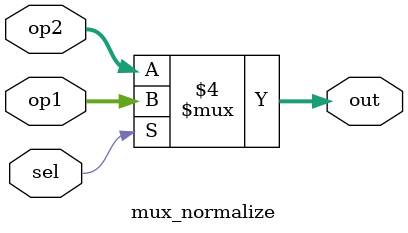
<source format=v>
`timescale 1ns / 1ps


module mux_normalize(op1,op2,sel,out);
input [47:0]op1,op2;
input sel;
output reg [47:0]out;
always@(sel or op1 or op2)
begin
if(sel==1)
out=op1;
else
out=op2;
end
endmodule

</source>
